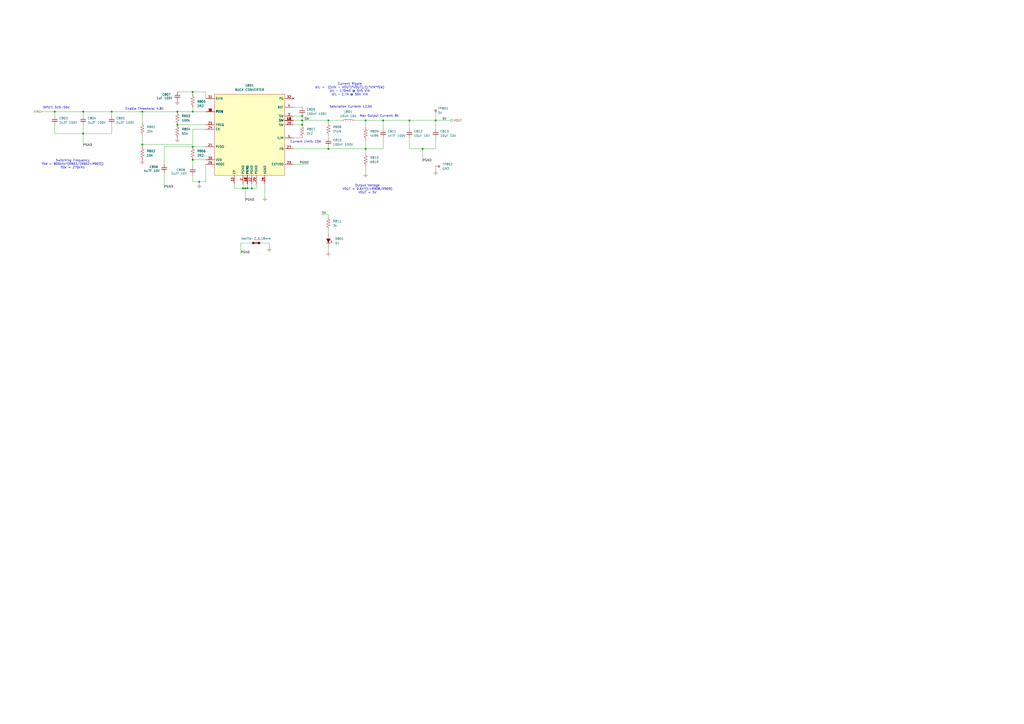
<source format=kicad_sch>
(kicad_sch (version 20250114) (generator "eeschema") (generator_version "9.0")
  (paper "A2")
  (lib_symbols
    (symbol "BR_Capacitors_0402:C_0402_100nF_100V_X5R_20%" (pin_numbers (hide yes)) (pin_names (offset 0.254) (hide yes))
      (property "Reference" "C" (at 1.016 1.778 0))
      (property "Value" "100nF 100V" (at 1.016 -1.778 0))
      (symbol "C_0402_100nF_100V_X5R_20%_1_1"
        (pin passive line (at 0 2.54 270) (length 2.032) (name "~") (number "1"))
        (pin passive line (at 0 -2.54 90) (length 2.032) (name "~") (number "2"))
      )
    )
    (symbol "BR_Capacitors_0402:C_0402_2u2F_10V_X7R_10%" (pin_numbers (hide yes)) (pin_names (offset 0.254) (hide yes))
      (property "Reference" "C" (at 1.016 1.778 0))
      (property "Value" "2u2F 10V" (at 1.016 -1.778 0))
      (symbol "C_0402_2u2F_10V_X7R_10%_1_1"
        (pin passive line (at 0 2.54 270) (length 2.032) (name "~") (number "1"))
        (pin passive line (at 0 -2.54 90) (length 2.032) (name "~") (number "2"))
      )
    )
    (symbol "BR_Capacitors_0402:C_0402_4n7F_100V_X7R_10%" (pin_numbers (hide yes)) (pin_names (offset 0.254) (hide yes))
      (property "Reference" "C" (at 1.016 1.778 0))
      (property "Value" "4n7F 100V" (at 1.016 -1.778 0))
      (symbol "C_0402_4n7F_100V_X7R_10%_1_1"
        (pin passive line (at 0 2.54 270) (length 2.032) (name "~") (number "1"))
        (pin passive line (at 0 -2.54 90) (length 2.032) (name "~") (number "2"))
      )
    )
    (symbol "BR_Capacitors_0402:C_0402_4u7F_10V_X7T_20%" (pin_numbers (hide yes)) (pin_names (offset 0.254) (hide yes))
      (property "Reference" "C" (at 1.016 1.778 0))
      (property "Value" "4u7F 10V" (at 1.016 -1.778 0))
      (symbol "C_0402_4u7F_10V_X7T_20%_1_1"
        (pin passive line (at 0 2.54 270) (length 2.032) (name "~") (number "1"))
        (pin passive line (at 0 -2.54 90) (length 2.032) (name "~") (number "2"))
      )
    )
    (symbol "BR_Capacitors_0603:C_0603_100nF_100V_X7R_AEC-Q200" (pin_numbers (hide yes)) (pin_names (hide yes))
      (property "Reference" "C" (at 1.016 1.778 0))
      (property "Value" "100nF 100V" (at 1.016 -1.778 0))
      (symbol "C_0603_100nF_100V_X7R_AEC-Q200_1_1"
        (pin passive line (at 0 2.54 270) (length 2.032) (name "~") (number "1"))
        (pin passive line (at 0 -2.54 90) (length 2.032) (name "~") (number "2"))
      )
    )
    (symbol "BR_Capacitors_0603:C_0603_10uF_10V_X7T_10%" (pin_numbers (hide yes)) (pin_names (offset 0.254) (hide yes))
      (property "Reference" "C" (at 1.016 1.778 0))
      (property "Value" "10uF 10V" (at 1.016 -1.778 0))
      (symbol "C_0603_10uF_10V_X7T_10%_1_1"
        (pin passive line (at 0 2.54 270) (length 2.032) (name "~") (number "1"))
        (pin passive line (at 0 -2.54 90) (length 2.032) (name "~") (number "2"))
      )
    )
    (symbol "BR_Capacitors_0805:C_0805_1uF_100V_X7S_10%" (pin_numbers (hide yes))
      (property "Reference" "C" (at 1.016 1.778 0))
      (property "Value" "1uF 100V" (at 1.016 -1.778 0))
      (symbol "C_0805_1uF_100V_X7S_10%_1_1"
        (pin passive line (at 0 2.54 270) (length 2.032) (name "~") (number "1"))
        (pin passive line (at 0 -2.54 90) (length 2.032) (name "~") (number "2"))
      )
    )
    (symbol "BR_Capacitors_0805:C_0805_2u2F_100V_X7T_10%" (pin_numbers (hide yes))
      (property "Reference" "C" (at 1.016 1.778 0))
      (property "Value" "2u2F 100V" (at 1.016 -1.778 0))
      (symbol "C_0805_2u2F_100V_X7T_10%_1_1"
        (pin passive line (at 0 2.54 270) (length 2.032) (name "~") (number "1"))
        (pin passive line (at 0 -2.54 90) (length 2.032) (name "~") (number "2"))
      )
    )
    (symbol "BR_Connectors:TP_Ring_PTH" (pin_numbers (hide yes)) (pin_names (offset 0))
      (property "Reference" "TP" (at 2.032 2.286 0))
      (property "Value" "TP_RING_TH" (at 1.778 14.224 0))
      (symbol "TP_Ring_PTH_1_1"
        (pin passive line (at 0 0 90) (length 1.27) (name "~") (number "1"))
      )
    )
    (symbol "BR_IC_Regulators:MIC28517T-E/PHA"
      (property "Reference" "U" (at -2.286 -15.748 0))
      (property "Value" "MIC28517T-E/PHA" (at -8.636 -12.7 0))
      (symbol "MIC28517T-E/PHA_1_0"
        (pin power_in line (at -25.4 10.16 0) (length 5.08) (name "SVIN") (number "31"))
        (pin power_in line (at -25.4 2.54 0) (length 5.08) (name "PVIN") (number "10"))
        (pin input line (at -25.4 2.54 0) (length 5.08) (name "PVIN") (number "11"))
        (pin input line (at -25.4 2.54 0) (length 5.08) (name "PVIN") (number "5"))
        (pin input line (at -25.4 2.54 0) (length 5.08) (name "PVIN") (number "6"))
        (pin input line (at -25.4 2.54 0) (length 5.08) (name "PVIN") (number "7"))
        (pin input line (at -25.4 2.54 0) (length 5.08) (name "PVIN") (number "8"))
        (pin input line (at -25.4 2.54 0) (length 5.08) (name "PVIN") (number "9"))
        (pin input line (at -25.4 -5.08 0) (length 5.08) (name "FREQ") (number "25"))
        (pin input line (at -25.4 -7.62 0) (length 5.08) (name "EN") (number "24"))
        (pin power_in line (at -25.4 -17.78 0) (length 5.08) (name "PVDD") (number "21"))
        (pin power_out line (at -25.4 -25.4 0) (length 5.08) (name "VDD") (number "30"))
        (pin input line (at -25.4 -27.94 0) (length 5.08) (name "MODE") (number "26"))
        (pin power_in line (at -8.89 -39.37 90) (length 5.08) (name "EP") (number "33"))
        (pin power_in line (at -3.81 -39.37 90) (length 5.08) (name "PGND") (number "2"))
        (pin power_in line (at -1.27 -39.37 90) (length 5.08) (name "PGND") (number "16"))
        (pin input line (at -1.27 -39.37 90) (length 5.08) (name "PGND") (number "17"))
        (pin input line (at -1.27 -39.37 90) (length 5.08) (name "PGND") (number "18"))
        (pin input line (at -1.27 -39.37 90) (length 5.08) (name "PGND") (number "19"))
        (pin power_in line (at 1.27 -39.37 90) (length 5.08) (name "PGND") (number "22"))
        (pin power_in line (at 3.81 -39.37 90) (length 5.08) (name "PGND") (number "29"))
        (pin power_in line (at 8.89 -39.37 90) (length 5.08) (name "AGND") (number "28"))
        (pin output line (at 25.4 10.16 180) (length 5.08) (name "PG") (number "32"))
        (pin passive line (at 25.4 5.08 180) (length 5.08) (name "BST") (number "4"))
        (pin passive line (at 25.4 0 180) (length 5.08) (name "SW") (number "3"))
        (pin power_out line (at 25.4 -2.54 180) (length 5.08) (name "SW") (number "12"))
        (pin passive line (at 25.4 -2.54 180) (length 5.08) (name "SW") (number "13"))
        (pin passive line (at 25.4 -2.54 180) (length 5.08) (name "SW") (number "14"))
        (pin passive line (at 25.4 -2.54 180) (length 5.08) (name "SW") (number "15"))
        (pin passive line (at 25.4 -5.08 180) (length 5.08) (name "SW") (number "20"))
        (pin input line (at 25.4 -12.7 180) (length 5.08) (name "ILIM") (number "1"))
        (pin input line (at 25.4 -19.05 180) (length 5.08) (name "FB") (number "27"))
        (pin power_in line (at 25.4 -27.94 180) (length 5.08) (name "EXTVDD") (number "23"))
      )
    )
    (symbol "BR_Inductors:L_XR1265-100M" (pin_numbers (hide yes)) (pin_names (offset 0.254) (hide yes))
      (property "Reference" "L" (at -1.27 0 90))
      (property "Value" "10uH 10A" (at 2.032 0 90))
      (symbol "L_XR1265-100M_1_1"
        (pin passive line (at 0 3.81 270) (length 1.27) (name "~") (number "1"))
        (pin passive line (at 0 -3.81 90) (length 1.27) (name "~") (number "2"))
      )
    )
    (symbol "BR_Optoelectronic:LTST-C191KGKT"
      (property "Reference" "D" (at 0 2.159 0))
      (property "Value" "LABEL" (at 0 -3.302 0))
      (symbol "LTST-C191KGKT_1_1"
        (pin passive line (at -3.81 0 0) (length 2.54) (name "K") (number "1"))
        (pin passive line (at 3.81 0 180) (length 2.54) (name "A") (number "2"))
      )
    )
    (symbol "BR_Resistors_0402:R_0402_100k" (pin_numbers (hide yes)) (pin_names (offset 0) (hide yes))
      (property "Reference" "R" (at 1.524 1.27 0))
      (property "Value" "100k" (at 1.524 -1.27 0))
      (symbol "R_0402_100k_1_1"
        (pin passive line (at 0 3.81 270) (length 1.27) (name "~") (number "1"))
        (pin passive line (at 0 -3.81 90) (length 1.27) (name "~") (number "2"))
      )
    )
    (symbol "BR_Resistors_0402:R_0402_10k" (pin_numbers (hide yes)) (pin_names (offset 0) (hide yes))
      (property "Reference" "R" (at 1.524 1.27 0))
      (property "Value" "10k" (at 1.524 -1.27 0))
      (symbol "R_0402_10k_1_1"
        (pin passive line (at 0 3.81 270) (length 1.27) (name "~") (number "1"))
        (pin passive line (at 0 -3.81 90) (length 1.27) (name "~") (number "2"))
      )
    )
    (symbol "BR_Resistors_0402:R_0402_20k" (pin_numbers (hide yes)) (pin_names (offset 0) (hide yes))
      (property "Reference" "R" (at 1.524 1.27 0))
      (property "Value" "20k" (at 1.524 -1.27 0))
      (symbol "R_0402_20k_1_1"
        (pin passive line (at 0 3.81 270) (length 1.27) (name "~") (number "1"))
        (pin passive line (at 0 -3.81 90) (length 1.27) (name "~") (number "2"))
      )
    )
    (symbol "BR_Resistors_0402:R_0402_24k9" (pin_numbers (hide yes)) (pin_names (offset 0) (hide yes))
      (property "Reference" "R" (at 1.524 1.27 0))
      (property "Value" "24k9" (at 1.524 -1.27 0))
      (symbol "R_0402_24k9_1_1"
        (pin passive line (at 0 3.81 270) (length 1.27) (name "~") (number "1"))
        (pin passive line (at 0 -3.81 90) (length 1.27) (name "~") (number "2"))
      )
    )
    (symbol "BR_Resistors_0402:R_0402_2R2" (pin_numbers (hide yes)) (pin_names (offset 0) (hide yes))
      (property "Reference" "R" (at 1.524 1.27 0))
      (property "Value" "2R2" (at 1.524 -1.27 0))
      (symbol "R_0402_2R2_1_1"
        (pin passive line (at 0 3.81 270) (length 1.27) (name "~") (number "1"))
        (pin passive line (at 0 -3.81 90) (length 1.27) (name "~") (number "2"))
      )
    )
    (symbol "BR_Resistors_0402:R_0402_2k2" (pin_numbers (hide yes)) (pin_names (offset 0) (hide yes))
      (property "Reference" "R" (at 1.524 1.27 0))
      (property "Value" "2k2" (at 1.524 -1.27 0))
      (symbol "R_0402_2k2_1_1"
        (pin passive line (at 0 3.81 270) (length 1.27) (name "~") (number "1"))
        (pin passive line (at 0 -3.81 90) (length 1.27) (name "~") (number "2"))
      )
    )
    (symbol "BR_Resistors_0402:R_0402_3k" (pin_numbers (hide yes)) (pin_names (offset 0) (hide yes))
      (property "Reference" "R" (at 1.524 1.27 0))
      (property "Value" "3k" (at 1.524 -1.27 0))
      (symbol "R_0402_3k_1_1"
        (pin passive line (at 0 3.81 270) (length 1.27) (name "~") (number "1"))
        (pin passive line (at 0 -3.81 90) (length 1.27) (name "~") (number "2"))
      )
    )
    (symbol "BR_Resistors_0402:R_0402_4k99" (pin_numbers (hide yes)) (pin_names (offset 0) (hide yes))
      (property "Reference" "R" (at 1.524 1.27 0))
      (property "Value" "4k99" (at 1.524 -1.27 0))
      (symbol "R_0402_4k99_1_1"
        (pin passive line (at 0 3.81 270) (length 1.27) (name "~") (number "1"))
        (pin passive line (at 0 -3.81 90) (length 1.27) (name "~") (number "2"))
      )
    )
    (symbol "BR_Resistors_0402:R_0402_51k" (pin_numbers (hide yes)) (pin_names (offset 0) (hide yes))
      (property "Reference" "R" (at 1.524 1.27 0))
      (property "Value" "51k" (at 1.524 -1.27 0))
      (symbol "R_0402_51k_1_1"
        (pin passive line (at 0 3.81 270) (length 1.27) (name "~") (number "1"))
        (pin passive line (at 0 -3.81 90) (length 1.27) (name "~") (number "2"))
      )
    )
    (symbol "BR_Resistors_0402:R_0402_681R" (pin_numbers (hide yes)) (pin_names (offset 0) (hide yes))
      (property "Reference" "R" (at 1.524 1.27 0))
      (property "Value" "681R" (at 1.524 -1.27 0))
      (symbol "R_0402_681R_1_1"
        (pin passive line (at 0 3.81 270) (length 1.27) (name "~") (number "1"))
        (pin passive line (at 0 -3.81 90) (length 1.27) (name "~") (number "2"))
      )
    )
    (symbol "BR_Virtual_Parts:GND" (power) (pin_numbers (hide yes)) (pin_names (offset 0) (hide yes))
      (property "Value" "GND" (at 0 -3.556 0))
      (symbol "GND_1_1"
        (pin power_in line (at 0 0 270) (length 0) (hide yes) (name "GNDREF") (number "1"))
      )
    )
    (symbol "BR_Virtual_Parts:NetTie-2_3.88mm" (pin_numbers (hide yes)) (pin_names (hide yes)) (exclude_from_sim yes) (in_bom no)
      (property "Reference" "NT" (at 2.54 0.762 0))
      (property "Value" "Net Tie" (at 4.826 -1.016 0))
      (symbol "NetTie-2_3.88mm_1_1"
        (pin passive line (at 0 3.81 270) (length 1.27) (name "~") (number "1"))
        (pin passive line (at 0 -3.81 90) (length 1.27) (name "~") (number "2"))
      )
    )
  )
  (text "Enable Threshold: 4.8V" (at 83.82 63.246 0) (effects (font (size 1.27 1.27))))
  (text "Current Ripple\ndIL =  ((VIN - VOUT)*VOUT)/(L*VIN*fSW)\ndIL ~ 170mA @ 5V5 VIN\ndIL ~ 1.7A @ 55V VIN" (at 202.946 51.816 0) (effects (font (size 1.27 1.27))))
  (text "Output Voltage\nVOUT = 0.6V*(1+R908/R909)\nVOUT = 5V" (at 213.106 109.728 0) (effects (font (size 1.27 1.27))))
  (text "Saturation Current: 12.5A\n" (at 203.454 61.976 0) (effects (font (size 1.27 1.27))))
  (text "Current Limit: 10A\n" (at 177.292 82.296 0) (effects (font (size 1.27 1.27))))
  (text "Switching Frequency\nfSW = 800kHz*(R903/(R902+R903))\nfSW = 270kHz" (at 42.164 95.25 0) (effects (font (size 1.27 1.27))))
  (text "INPUT: 5V5-55V" (at 32.512 62.484 0) (effects (font (size 1.27 1.27))))
  (text "Max Output Current: 8A\n" (at 219.964 67.31 0) (effects (font (size 1.27 1.27))))
  (junction (at 82.55 64.77))
  (junction (at 175.26 69.85))
  (junction (at 102.87 64.77))
  (junction (at 212.09 86.36))
  (junction (at 237.49 69.85))
  (junction (at 111.76 64.77))
  (junction (at 31.75 64.77))
  (junction (at 48.26 64.77))
  (junction (at 115.57 105.41))
  (junction (at 140.97 109.22))
  (junction (at 111.76 92.71))
  (junction (at 175.26 72.39))
  (junction (at 212.09 69.85))
  (junction (at 64.77 64.77))
  (junction (at 175.26 67.31))
  (junction (at 48.26 77.47))
  (junction (at 143.51 109.22))
  (junction (at 252.73 69.85))
  (junction (at 142.24 109.22))
  (junction (at 102.87 72.39))
  (junction (at 82.55 83.82))
  (junction (at 146.05 109.22))
  (junction (at 245.11 86.36))
  (junction (at 111.76 53.34))
  (junction (at 190.5 69.85))
  (junction (at 111.76 85.09))
  (junction (at 222.25 69.85))
  (junction (at 190.5 86.36))
  (no_connect (at 170.18 57.15))
  (wire (pts (xy 140.97 106.68) (xy 140.97 109.22)))
  (wire (pts (xy 48.26 64.77) (xy 48.26 67.31)))
  (wire (pts (xy 119.38 74.93) (xy 111.76 74.93)))
  (wire (pts (xy 222.25 69.85) (xy 222.25 74.93)))
  (wire (pts (xy 111.76 62.23) (xy 111.76 64.77)))
  (wire (pts (xy 140.97 109.22) (xy 135.89 109.22)))
  (wire (pts (xy 212.09 81.28) (xy 212.09 86.36)))
  (wire (pts (xy 170.18 62.23) (xy 175.26 62.23)))
  (wire (pts (xy 64.77 77.47) (xy 64.77 72.39)))
  (wire (pts (xy 115.57 105.41) (xy 119.38 105.41)))
  (wire (pts (xy 175.26 72.39) (xy 170.18 72.39)))
  (wire (pts (xy 175.26 69.85) (xy 190.5 69.85)))
  (wire (pts (xy 252.73 69.85) (xy 252.73 74.93)))
  (wire (pts (xy 31.75 72.39) (xy 31.75 77.47)))
  (wire (pts (xy 111.76 92.71) (xy 119.38 92.71)))
  (wire (pts (xy 144.78 140.97) (xy 139.7 140.97)))
  (wire (pts (xy 190.5 133.35) (xy 190.5 135.89)))
  (wire (pts (xy 153.67 114.3) (xy 153.67 106.68)))
  (wire (pts (xy 48.26 77.47) (xy 48.26 85.09)))
  (wire (pts (xy 102.87 72.39) (xy 119.38 72.39)))
  (wire (pts (xy 64.77 64.77) (xy 64.77 67.31)))
  (wire (pts (xy 111.76 85.09) (xy 119.38 85.09)))
  (wire (pts (xy 212.09 69.85) (xy 222.25 69.85)))
  (wire (pts (xy 237.49 69.85) (xy 237.49 74.93)))
  (wire (pts (xy 115.57 106.68) (xy 115.57 105.41)))
  (wire (pts (xy 212.09 73.66) (xy 212.09 69.85)))
  (wire (pts (xy 24.13 64.77) (xy 31.75 64.77)))
  (wire (pts (xy 48.26 64.77) (xy 64.77 64.77)))
  (wire (pts (xy 175.26 69.85) (xy 175.26 72.39)))
  (wire (pts (xy 148.59 109.22) (xy 146.05 109.22)))
  (wire (pts (xy 111.76 101.6) (xy 111.76 105.41)))
  (wire (pts (xy 170.18 86.36) (xy 190.5 86.36)))
  (wire (pts (xy 252.73 69.85) (xy 237.49 69.85)))
  (wire (pts (xy 252.73 96.52) (xy 252.73 99.06)))
  (wire (pts (xy 82.55 78.74) (xy 82.55 83.82)))
  (wire (pts (xy 190.5 143.51) (xy 190.5 146.05)))
  (wire (pts (xy 111.76 85.09) (xy 95.25 85.09)))
  (wire (pts (xy 82.55 64.77) (xy 82.55 71.12)))
  (wire (pts (xy 143.51 106.68) (xy 143.51 109.22)))
  (wire (pts (xy 186.69 124.46) (xy 190.5 124.46)))
  (wire (pts (xy 142.24 109.22) (xy 142.24 116.84)))
  (wire (pts (xy 146.05 109.22) (xy 143.51 109.22)))
  (wire (pts (xy 237.49 86.36) (xy 245.11 86.36)))
  (wire (pts (xy 222.25 69.85) (xy 237.49 69.85)))
  (wire (pts (xy 190.5 85.09) (xy 190.5 86.36)))
  (wire (pts (xy 31.75 64.77) (xy 48.26 64.77)))
  (wire (pts (xy 190.5 86.36) (xy 212.09 86.36)))
  (wire (pts (xy 245.11 86.36) (xy 252.73 86.36)))
  (wire (pts (xy 82.55 85.09) (xy 82.55 83.82)))
  (wire (pts (xy 212.09 96.52) (xy 212.09 100.33)))
  (wire (pts (xy 111.76 92.71) (xy 111.76 96.52)))
  (wire (pts (xy 102.87 64.77) (xy 111.76 64.77)))
  (wire (pts (xy 48.26 77.47) (xy 64.77 77.47)))
  (wire (pts (xy 119.38 95.25) (xy 119.38 105.41)))
  (wire (pts (xy 48.26 72.39) (xy 48.26 77.47)))
  (wire (pts (xy 222.25 86.36) (xy 222.25 80.01)))
  (wire (pts (xy 82.55 64.77) (xy 102.87 64.77)))
  (wire (pts (xy 175.26 69.85) (xy 170.18 69.85)))
  (wire (pts (xy 111.76 105.41) (xy 115.57 105.41)))
  (wire (pts (xy 170.18 95.25) (xy 179.07 95.25)))
  (wire (pts (xy 64.77 64.77) (xy 82.55 64.77)))
  (wire (pts (xy 111.76 53.34) (xy 119.38 53.34)))
  (wire (pts (xy 170.18 80.01) (xy 175.26 80.01)))
  (wire (pts (xy 170.18 67.31) (xy 175.26 67.31)))
  (wire (pts (xy 205.74 69.85) (xy 212.09 69.85)))
  (wire (pts (xy 142.24 109.22) (xy 140.97 109.22)))
  (wire (pts (xy 143.51 109.22) (xy 142.24 109.22)))
  (wire (pts (xy 111.76 83.82) (xy 82.55 83.82)))
  (wire (pts (xy 156.21 143.51) (xy 156.21 140.97)))
  (wire (pts (xy 237.49 80.01) (xy 237.49 86.36)))
  (wire (pts (xy 190.5 69.85) (xy 190.5 71.12)))
  (wire (pts (xy 245.11 86.36) (xy 245.11 93.98)))
  (wire (pts (xy 111.76 74.93) (xy 111.76 83.82)))
  (wire (pts (xy 111.76 64.77) (xy 119.38 64.77)))
  (wire (pts (xy 175.26 67.31) (xy 175.26 69.85)))
  (wire (pts (xy 146.05 106.68) (xy 146.05 109.22)))
  (wire (pts (xy 95.25 100.33) (xy 95.25 109.22)))
  (wire (pts (xy 31.75 64.77) (xy 31.75 67.31)))
  (wire (pts (xy 190.5 69.85) (xy 198.12 69.85)))
  (wire (pts (xy 31.75 77.47) (xy 48.26 77.47)))
  (wire (pts (xy 252.73 66.04) (xy 252.73 69.85)))
  (wire (pts (xy 252.73 86.36) (xy 252.73 80.01)))
  (wire (pts (xy 148.59 106.68) (xy 148.59 109.22)))
  (wire (pts (xy 190.5 78.74) (xy 190.5 80.01)))
  (wire (pts (xy 190.5 124.46) (xy 190.5 125.73)))
  (wire (pts (xy 156.21 140.97) (xy 152.4 140.97)))
  (wire (pts (xy 102.87 53.34) (xy 111.76 53.34)))
  (wire (pts (xy 212.09 88.9) (xy 212.09 86.36)))
  (wire (pts (xy 212.09 86.36) (xy 222.25 86.36)))
  (wire (pts (xy 252.73 69.85) (xy 261.62 69.85)))
  (wire (pts (xy 119.38 53.34) (xy 119.38 57.15)))
  (wire (pts (xy 111.76 53.34) (xy 111.76 54.61)))
  (wire (pts (xy 139.7 140.97) (xy 139.7 147.32)))
  (wire (pts (xy 95.25 85.09) (xy 95.25 95.25)))
  (wire (pts (xy 135.89 106.68) (xy 135.89 109.22)))
  (label "PGND" (at 139.7 147.32 0))
  (label "PGND" (at 142.24 116.84 0))
  (label "5V" (at 256.54 69.85 0))
  (label "PGND" (at 48.26 85.09 0))
  (label "PGND" (at 95.25 109.22 0))
  (label "PGND" (at 245.11 93.98 0))
  (label "5V" (at 186.69 124.46 0))
  (label "PGND" (at 179.07 95.25 180))
  (label "SW" (at 176.53 69.85 0))
  (hierarchical_label "VIN" (shape input) (at 24.13 64.77 180))
  (hierarchical_label "VOUT" (shape output) (at 261.62 69.85 0))
  (symbol (lib_id "BR_Capacitors_0603:C_0603_100nF_100V_X7R_AEC-Q200") (at 175.26 64.77 0) (unit 1)
    (property "Reference" "C809" (at 177.8 63.5062 0) (effects (justify left)))
    (property "Value" "100nF 100V" (at 177.8 66.0462 0) (effects (justify left)))
    (property "Footprint" "BR_Passives:C_0603_1608Metric-minimized" (effects (hide yes)))
    (property "Datasheet" "https://www.murata.com/-/media/webrenewal/support/library/catalog/products/k35e.ashx?la=en-us&cvid=20200508021757000000" (effects (hide yes)))
    (property "Description" "100nF 100V X7R 10% Ceramic Capacitor 0603 AEC-Q200" (effects (hide yes)))
    (property "Manufacturer" "Murata Electronics" (effects (hide yes)))
    (property "Manufacturer Part Num" "GCJ188R72A104KA01D" (effects (hide yes)))
    (property "BRE Number" "BRE-000034" (effects (hide yes)))
    (property "Supplier 1" "DigiKey" (effects (hide yes)))
    (property "Supplier Part Num 1" "490-13420-1-ND" (effects (hide yes)))
    (property "Supplier 2" "Mouser" (effects (hide yes)))
    (property "Supplier Part Num 2" "81-GCJ188R72A104KA1D" (effects (hide yes)))
    (property "Supplier 3" "JLCPCB" (effects (hide yes)))
    (property "Supplier Part Num 3" "C161117" (effects (hide yes)))
    (property "JLCPCB Part Num" "C161117" (effects (hide yes)))
  )
  (symbol (lib_id "BR_Resistors_0402:R_0402_2k2") (at 175.26 76.2 0) (unit 1)
    (property "Reference" "R807" (at 177.8 74.9299 0) (effects (justify left)))
    (property "Value" "2k2" (at 177.8 77.4699 0) (effects (justify left)))
    (property "Footprint" "BR_Passives:R_0402_1005Metric-minimized" (effects (hide yes)))
    (property "Datasheet" "https://www.yageo.com/upload/media/product/app/datasheet/rchip/pyu-rc_group_51_rohs_l.pdf" (effects (hide yes)))
    (property "Description" "2.2k 1% 100ppm 62.5mW Thick Film Resistor 0402" (effects (hide yes)))
    (property "Manufacturer" "YAGEO" (effects (hide yes)))
    (property "Manufacturer Part Num" "RC0402FR-072K2L" (effects (hide yes)))
    (property "BRE Number" "BRE-000325" (effects (hide yes)))
    (property "Supplier 1" "DigiKey" (effects (hide yes)))
    (property "Supplier Part Num 1" "311-2.20KLRCT-ND" (effects (hide yes)))
    (property "Supplier 2" "DigiKey" (effects (hide yes)))
    (property "Supplier Part Num 2" "311-2.20KLRTR-ND" (effects (hide yes)))
    (property "Supplier 3" "JLCPCB" (effects (hide yes)))
    (property "Supplier Part Num 3" "C114762" (effects (hide yes)))
    (property "JLCPCB Part Num" "C114762" (effects (hide yes)))
  )
  (symbol (lib_id "BR_Connectors:TP_Ring_PTH") (at 252.73 66.04 0) (unit 1)
    (property "Reference" "TP801" (at 254 62.8649 0) (effects (justify left)))
    (property "Value" "5V" (at 254 65.4049 0) (effects (justify left)))
    (property "Footprint" "BR_Connectors:TEST-TH_BD2.54-P1.4_RED" (effects (hide yes)))
    (property "Datasheet" "https://wmsc.lcsc.com/wmsc/upload/file/pdf/v2/lcsc/2307040929_ronghe-RH-5000_C5277086.pdf" (effects (hide yes)))
    (property "Description" "Ring Test Point for Probe(s) PTH" (effects (hide yes)))
    (property "Manufacturer" "ronghe" (effects (hide yes)))
    (property "Manufacturer Part Num" "RH-5000" (effects (hide yes)))
    (property "BRE Number" "BRE-000074" (effects (hide yes)))
    (property "Supplier 1" "DigiKey" (effects (hide yes)))
    (property "Supplier 2" "Mouser" (effects (hide yes)))
    (property "Supplier 3" "JLCPCB" (effects (hide yes)))
    (property "Supplier Part Num 3" "C5277086" (effects (hide yes)))
    (property "Label" "LABEL" (effects (hide yes)))
    (property "JLCPCB Part Num" "C5277086" (effects (hide yes)))
  )
  (symbol (lib_id "BR_Virtual_Parts:GND") (at 212.09 100.33 0) (unit 1)
    (property "Reference" "#PWR0809" (effects (hide yes)))
    (property "Value" "GND" (effects (hide yes)))
  )
  (symbol (lib_id "BR_Virtual_Parts:GND") (at 156.21 143.51 0) (unit 1)
    (property "Reference" "#PWR0808" (effects (hide yes)))
    (property "Value" "GND" (effects (hide yes)))
  )
  (symbol (lib_id "BR_Virtual_Parts:GND") (at 102.87 58.42 0) (unit 1)
    (property "Reference" "#PWR0804" (effects (hide yes)))
    (property "Value" "GND" (effects (hide yes)))
  )
  (symbol (lib_id "BR_Resistors_0402:R_0402_100k") (at 102.87 68.58 0) (unit 1)
    (property "Reference" "R803" (at 105.41 67.3099 0) (effects (justify left)))
    (property "Value" "100k" (at 105.41 69.8499 0) (effects (justify left)))
    (property "Footprint" "BR_Passives:C_0402_1005Metric-minimized" (effects (hide yes)))
    (property "Datasheet" "https://www.yageo.com/upload/media/product/productsearch/datasheet/rchip/PYu-RC_Group_51_RoHS_L_12.pdf" (effects (hide yes)))
    (property "Description" "100k 1% 100ppm 62.5mW Thick Film Resistor 0402" (effects (hide yes)))
    (property "Manufacturer" "YAGEO" (effects (hide yes)))
    (property "Manufacturer Part Num" "RC0402FR-07100KL" (effects (hide yes)))
    (property "BRE Number" "BRE-000290" (effects (hide yes)))
    (property "Supplier 1" "DigiKey" (effects (hide yes)))
    (property "Supplier Part Num 1" "311-100KLRCT-ND" (effects (hide yes)))
    (property "Supplier 2" "DigiKey" (effects (hide yes)))
    (property "Supplier Part Num 2" "311-100KLRTR-ND" (effects (hide yes)))
    (property "Supplier 3" "JLCPCB" (effects (hide yes)))
    (property "Supplier Part Num 3" "C60491" (effects (hide yes)))
    (property "JLCPCB Part Num" "C60491" (effects (hide yes)))
  )
  (symbol (lib_id "BR_Resistors_0402:R_0402_51k") (at 102.87 76.2 0) (unit 1)
    (property "Reference" "R804" (at 105.41 74.9299 0) (effects (justify left)))
    (property "Value" "51k" (at 105.41 77.4699 0) (effects (justify left)))
    (property "Footprint" "BR_Passives:C_0402_1005Metric-minimized" (effects (hide yes)))
    (property "Datasheet" "https://www.yageo.com/upload/media/product/products/datasheet/rchip/PYu-RC_Group_51_RoHS_L_12.pdf" (effects (hide yes)))
    (property "Description" "51k 1% 100ppm 62.5mW Thick Film Resistor 0402" (effects (hide yes)))
    (property "Manufacturer" "YAGEO" (effects (hide yes)))
    (property "Manufacturer Part Num" "RC0402FR-0751KL" (effects (hide yes)))
    (property "BRE Number" "BRE-001229" (effects (hide yes)))
    (property "Supplier 1" "DigiKey" (effects (hide yes)))
    (property "Supplier Part Num 1" "311-51.0KLRCT-ND" (effects (hide yes)))
    (property "Supplier 2" "Mouser" (effects (hide yes)))
    (property "Supplier Part Num 2" "603-RC0402FR-0756KL" (effects (hide yes)))
    (property "Supplier 3" "JLCPCB" (effects (hide yes)))
    (property "Supplier Part Num 3" "C107229" (effects (hide yes)))
    (property "JLCPCB Part Num" "C107229" (effects (hide yes)))
  )
  (symbol (lib_id "BR_Virtual_Parts:GND") (at 252.73 99.06 0) (unit 1)
    (property "Reference" "#PWR0802" (effects (hide yes)))
    (property "Value" "GND" (effects (hide yes)))
  )
  (symbol (lib_id "BR_Resistors_0402:R_0402_4k99") (at 212.09 77.47 0) (unit 1)
    (property "Reference" "R809" (at 214.63 76.1999 0) (effects (justify left)))
    (property "Value" "4k99" (at 214.63 78.7399 0) (effects (justify left)))
    (property "Footprint" "BR_Passives:C_0402_1005Metric-minimized" (effects (hide yes)))
    (property "Datasheet" "https://www.yageo.com/upload/media/product/productsearch/datasheet/rchip/PYu-RC_Group_51_RoHS_L_12.pdf" (effects (hide yes)))
    (property "Description" "4.99k 1% 100ppm 62.5mW Thick Film Resistor 0402" (effects (hide yes)))
    (property "Manufacturer" "YAGEO" (effects (hide yes)))
    (property "Manufacturer Part Num" "RC0402FR-074K99L" (effects (hide yes)))
    (property "BRE Number" "BRE-000353" (effects (hide yes)))
    (property "Supplier 1" "DigiKey" (effects (hide yes)))
    (property "Supplier Part Num 1" "311-4.99KLRCT-ND" (effects (hide yes)))
    (property "Supplier 2" "DigiKey" (effects (hide yes)))
    (property "Supplier Part Num 2" "311-4.99KLRTR-ND" (effects (hide yes)))
    (property "Supplier 3" "JLCPCB" (effects (hide yes)))
    (property "Supplier Part Num 3" "C137965" (effects (hide yes)))
    (property "JLCPCB Part Num" "C137965" (effects (hide yes)))
  )
  (symbol (lib_id "BR_Virtual_Parts:GND") (at 102.87 80.01 0) (unit 1)
    (property "Reference" "#PWR0805" (effects (hide yes)))
    (property "Value" "GND" (effects (hide yes)))
  )
  (symbol (lib_id "BR_Resistors_0402:R_0402_3k") (at 190.5 129.54 0) (unit 1)
    (property "Reference" "R811" (at 193.04 128.2699 0) (effects (justify left)))
    (property "Value" "3k" (at 193.04 130.8099 0) (effects (justify left)))
    (property "Footprint" "BR_Passives:C_0402_1005Metric-minimized" (effects (hide yes)))
    (property "Datasheet" "https://www.yageo.com/upload/media/product/app/datasheet/rchip/pyu-rc_group_51_rohs_l.pdf" (effects (hide yes)))
    (property "Description" "3k 1% 100ppm 62.5mW Thick Film Resistor 0402" (effects (hide yes)))
    (property "Manufacturer" "YAGEO" (effects (hide yes)))
    (property "Manufacturer Part Num" "RC0402FR-073KL" (effects (hide yes)))
    (property "BRE Number" "BRE-000337" (effects (hide yes)))
    (property "Supplier 1" "DigiKey" (effects (hide yes)))
    (property "Supplier Part Num 1" "311-3KLRCT-ND" (effects (hide yes)))
    (property "Supplier 2" "DigiKey" (effects (hide yes)))
    (property "Supplier Part Num 2" "311-3KLRTR-ND" (effects (hide yes)))
    (property "Supplier 3" "JLCPCB" (effects (hide yes)))
    (property "Supplier Part Num 3" "C137987" (effects (hide yes)))
    (property "JLCPCB Part Num" "C137987" (effects (hide yes)))
  )
  (symbol (lib_id "BR_Resistors_0402:R_0402_681R") (at 212.09 92.71 0) (unit 1)
    (property "Reference" "R810" (at 214.63 91.4399 0) (effects (justify left)))
    (property "Value" "681R" (at 214.63 93.9799 0) (effects (justify left)))
    (property "Footprint" "BR_Passives:C_0402_1005Metric-minimized" (effects (hide yes)))
    (property "Datasheet" "https://www.yageo.com/upload/media/product/products/datasheet/rchip/PYu-RC_Group_51_RoHS_L_12.pdf" (effects (hide yes)))
    (property "Description" "681R 1% 100ppm 62.5mW Thick Film Resistor 0402" (effects (hide yes)))
    (property "Manufacturer" "YAGEO" (effects (hide yes)))
    (property "Manufacturer Part Num" "RC0402FR-07681RL" (effects (hide yes)))
    (property "BRE Number" "BRE-000364" (effects (hide yes)))
    (property "Supplier 1" "DigiKey" (effects (hide yes)))
    (property "Supplier Part Num 1" "YAG2375CT-ND" (effects (hide yes)))
    (property "Supplier 2" "Mouser" (effects (hide yes)))
    (property "Supplier Part Num 2" "603-RC0402FR-07681RL" (effects (hide yes)))
    (property "Supplier 3" "JLCPCB" (effects (hide yes)))
    (property "Supplier Part Num 3" "C245891" (effects (hide yes)))
    (property "JLCPCB Part Num" "C245891" (effects (hide yes)))
  )
  (symbol (lib_id "BR_Capacitors_0805:C_0805_2u2F_100V_X7T_10%") (at 64.77 69.85 0) (unit 1)
    (property "Reference" "C805" (at 67.31 68.5862 0) (effects (justify left)))
    (property "Value" "2u2F 100V" (at 67.31 71.1262 0) (effects (justify left)))
    (property "Footprint" "BR_Passives:C_0805_2012Metric-minimized" (effects (hide yes)))
    (property "Datasheet" "https://search.murata.co.jp/Ceramy/image/img/A01X/G101/ENG/GRM21BD72A225KE01-01A.pdf" (effects (hide yes)))
    (property "Description" "2.2uF 100V X7T 10% Ceramic Capacitor 0805" (effects (hide yes)))
    (property "Manufacturer" "Murata Electronics" (effects (hide yes)))
    (property "Manufacturer Part Num" "GRM21BD72A225KE01L" (effects (hide yes)))
    (property "BRE Number" "BRE-001204" (effects (hide yes)))
    (property "Supplier 1" "DigiKey" (effects (hide yes)))
    (property "Supplier Part Num 1" "490-GRM21BD72A225KE01LCT-ND" (effects (hide yes)))
    (property "Supplier 2" "Mouser" (effects (hide yes)))
    (property "Supplier Part Num 2" "81-GRM21BD72A225KE1L" (effects (hide yes)))
    (property "Supplier 3" "JLCPCB" (effects (hide yes)))
    (property "Supplier Part Num 3" " C2981733" (effects (hide yes)))
    (property "JLCPCB Part Num" "C2981733" (effects (hide yes)))
  )
  (symbol (lib_id "BR_Virtual_Parts:GND") (at 153.67 114.3 0) (unit 1)
    (property "Reference" "#PWR0807" (effects (hide yes)))
    (property "Value" "GND" (effects (hide yes)))
  )
  (symbol (lib_id "BR_Capacitors_0603:C_0603_10uF_10V_X7T_10%") (at 237.49 77.47 0) (unit 1)
    (property "Reference" "C812" (at 240.03 76.2062 0) (effects (justify left)))
    (property "Value" "10uF 10V" (at 240.03 78.7462 0) (effects (justify left)))
    (property "Footprint" "BR_Passives:C_0603_1608Metric-minimized" (effects (hide yes)))
    (property "Datasheet" "https://search.murata.co.jp/Ceramy/image/img/A01X/G101/ENG/GRM188D71A106KA73-01.pdf" (effects (hide yes)))
    (property "Description" "10uF 10V X7T 10% Ceramic Capacitor 0603" (effects (hide yes)))
    (property "Manufacturer" "Murata Electronics" (effects (hide yes)))
    (property "Manufacturer Part Num" "GRM188D71A106KA73D" (effects (hide yes)))
    (property "BRE Number" "BRE-000035" (effects (hide yes)))
    (property "Supplier 1" "DigiKey" (effects (hide yes)))
    (property "Supplier Part Num 1" "490-14461-1-ND" (effects (hide yes)))
    (property "Supplier 2" "Mouser" (effects (hide yes)))
    (property "Supplier Part Num 2" "81-GRM188D71A106KA3D" (effects (hide yes)))
    (property "Supplier 3" "JLCPCB" (effects (hide yes)))
    (property "Supplier Part Num 3" "C385037" (effects (hide yes)))
    (property "JLCPCB Part Num" "C385037" (effects (hide yes)))
  )
  (symbol (lib_id "BR_Inductors:L_XR1265-100M") (at 201.93 69.85 90) (unit 1)
    (property "Reference" "L801" (at 201.93 64.77 90))
    (property "Value" "10uH 10A" (at 201.93 67.31 90))
    (property "Footprint" "BR_Inductors:XR1265-100M" (effects (hide yes)))
    (property "Datasheet" "https://jlcpcb.com/api/file/downloadByFileSystemAccessId/8590906446731567104" (effects (hide yes)))
    (property "Description" "10uH 20% 10A 20.7mR  Shielded Molded Inductor SMT 13.5x12.6x6.3mm" (effects (hide yes)))
    (property "Manufacturer" "XR" (effects (hide yes)))
    (property "Manufacturer Part Num" "XR1265-100M" (effects (hide yes)))
    (property "BRE Number" "BRE-001232" (effects (hide yes)))
    (property "JLCPCB Part Num" "C5339467" (effects (hide yes)))
  )
  (symbol (lib_id "BR_Resistors_0402:R_0402_2R2") (at 111.76 88.9 0) (unit 1)
    (property "Reference" "R806" (at 114.3 87.6299 0) (effects (justify left)))
    (property "Value" "2R2" (at 114.3 90.1699 0) (effects (justify left)))
    (property "Footprint" "BR_Passives:R_0402_1005Metric-minimized" (effects (hide yes)))
    (property "Datasheet" "https://jlcpcb.com/api/file/downloadByFileSystemAccessId/8588947077061070848" (effects (hide yes)))
    (property "Description" "2.2R 1% 200ppm 62.5mW Thick Film Resistor 0402" (effects (hide yes)))
    (property "Manufacturer" "YAGEO" (effects (hide yes)))
    (property "Manufacturer Part Num" "RC0402FR-072R2L" (effects (hide yes)))
    (property "BRE Number" "BRE-001225" (effects (hide yes)))
    (property "Supplier 1" "DigiKey" (effects (hide yes)))
    (property "Supplier Part Num 1" "311-2.20LRCT-ND" (effects (hide yes)))
    (property "Supplier 2" "DigiKey" (effects (hide yes)))
    (property "Supplier Part Num 2" "311-2.20LRCT-ND" (effects (hide yes)))
    (property "Supplier 3" "JLCPCB" (effects (hide yes)))
    (property "Supplier Part Num 3" "C327251" (effects (hide yes)))
    (property "JLCPCB Part Num" "C327251" (effects (hide yes)))
  )
  (symbol (lib_id "BR_Capacitors_0402:C_0402_100nF_100V_X5R_20%") (at 190.5 82.55 0) (unit 1)
    (property "Reference" "C810" (at 193.04 81.2862 0) (effects (justify left)))
    (property "Value" "100nF 100V" (at 193.04 83.8262 0) (effects (justify left)))
    (property "Footprint" "BR_Passives:C_0402_1005Metric-minimized" (effects (hide yes)))
    (property "Datasheet" "https://www.lcsc.com/datasheet/lcsc_datasheet_2410010301_Murata-Electronics-GRM155R62A104ME14D_C162179.pdf" (effects (hide yes)))
    (property "Description" "100nF 100V X5R 20% Ceramic Capacitor 0402" (effects (hide yes)))
    (property "Manufacturer" "Murata" (effects (hide yes)))
    (property "Manufacturer Part Num" "GRM155R62A104ME14D" (effects (hide yes)))
    (property "BRE Number" "BRE-001025" (effects (hide yes)))
    (property "JLCPCB Part Num" "C162178" (effects (hide yes)))
  )
  (symbol (lib_id "BR_Capacitors_0402:C_0402_4u7F_10V_X7T_20%") (at 95.25 97.79 0) (unit 1)
    (property "Reference" "C806" (at 86.614 96.774 0) (effects (justify left)))
    (property "Value" "4u7F 10V" (at 83.312 99.06 0) (effects (justify left)))
    (property "Footprint" "BR_Passives:C_0402_1005Metric-minimized" (effects (hide yes)))
    (property "Datasheet" "https://search.murata.co.jp/Ceramy/image/img/A01X/G101/ENG/GRM155D71A475ME15-01A.pdf" (effects (hide yes)))
    (property "Description" "4.7uF 10V X7T 20% Ceramic Capacitor 0402" (effects (hide yes)))
    (property "Manufacturer" "Murata Electronics" (effects (hide yes)))
    (property "Manufacturer Part Num" "GRM155D71A475ME15J" (effects (hide yes)))
    (property "BRE Number" "BRE-000033" (effects (hide yes)))
    (property "Supplier 1" "DigiKey" (effects (hide yes)))
    (property "Supplier Part Num 1" "490-GRM155D71A475ME15JTR-ND" (effects (hide yes)))
    (property "Supplier 2" "Mouser" (effects (hide yes)))
    (property "Supplier Part Num 2" "81-GRM155D71A475ME5J" (effects (hide yes)))
    (property "Supplier 3" "JLCPCB" (effects (hide yes)))
    (property "Supplier Part Num 3" "C20044523" (effects (hide yes)))
    (property "JLCPCB Part Num" "C20044522" (effects (hide yes)))
  )
  (symbol (lib_id "BR_Capacitors_0402:C_0402_4n7F_100V_X7R_10%") (at 222.25 77.47 0) (unit 1)
    (property "Reference" "C811" (at 224.79 76.2062 0) (effects (justify left)))
    (property "Value" "4n7F 100V" (at 224.79 78.7462 0) (effects (justify left)))
    (property "Footprint" "BR_Passives:C_0402_1005Metric" (effects (hide yes)))
    (property "Datasheet" "https://www.lcsc.com/datasheet/lcsc_datasheet_2304140030_Murata-Electronics-GRM155R72A472KA01D_C415704.pdf" (effects (hide yes)))
    (property "Description" "4.7nF 100V X7R 10% Ceramic Capacitor 0402" (effects (hide yes)))
    (property "Manufacturer" "Murata Electronics" (effects (hide yes)))
    (property "Manufacturer Part Num" "GRM155R72A472KA01D" (effects (hide yes)))
    (property "BRE Number" "BRE-000032" (effects (hide yes)))
    (property "Supplier 1" "DigiKey" (effects (hide yes)))
    (property "Supplier Part Num 1" "490-3885-1-ND" (effects (hide yes)))
    (property "Supplier 2" "Mouser" (effects (hide yes)))
    (property "Supplier Part Num 2" "81-GRM155R72A472KA01" (effects (hide yes)))
    (property "Supplier 3" "JLCPCB" (effects (hide yes)))
    (property "Supplier Part Num 3" "C415704" (effects (hide yes)))
    (property "JLCPCB Part Num" "C415704" (effects (hide yes)))
  )
  (symbol (lib_id "BR_Optoelectronic:LTST-C191KGKT") (at 190.5 139.7 90) (unit 1)
    (property "Reference" "D801" (at 194.31 138.4934 90) (effects (justify right)))
    (property "Value" "5V" (at 194.31 141.0334 90) (effects (justify right)))
    (property "Footprint" "BR_Optoelectronics:LED_0603_1608Metric" (effects (hide yes)))
    (property "Datasheet" "https://optoelectronics.liteon.com/upload/download/DS22-2000-228/LTST-C191KGKT.PDF" (effects (hide yes)))
    (property "Description" "Green 571nm LED Indicator 2V 30mA max SMT 0603" (effects (hide yes)))
    (property "Manufacturer" "Lite-On Inc." (effects (hide yes)))
    (property "Manufacturer Part Num" "LTST-C191KGKT" (effects (hide yes)))
    (property "BRE Number" "BRE-000246" (effects (hide yes)))
    (property "Supplier 1" "DigiKey" (effects (hide yes)))
    (property "Supplier Part Num 1" "160-1446-1-ND" (effects (hide yes)))
    (property "Supplier 2" "DigiKey" (effects (hide yes)))
    (property "Supplier Part Num 2" "160-1446-2-ND" (effects (hide yes)))
    (property "Supplier 3" "JLCPCB" (effects (hide yes)))
    (property "Supplier Part Num 3" "C125098" (effects (hide yes)))
    (property "JLCPCB Part Num" "C125098" (effects (hide yes)))
  )
  (symbol (lib_id "BR_Capacitors_0805:C_0805_2u2F_100V_X7T_10%") (at 31.75 69.85 0) (unit 1)
    (property "Reference" "C803" (at 34.29 68.5862 0) (effects (justify left)))
    (property "Value" "2u2F 100V" (at 34.29 71.1262 0) (effects (justify left)))
    (property "Footprint" "BR_Passives:C_0805_2012Metric-minimized" (effects (hide yes)))
    (property "Datasheet" "https://search.murata.co.jp/Ceramy/image/img/A01X/G101/ENG/GRM21BD72A225KE01-01A.pdf" (effects (hide yes)))
    (property "Description" "2.2uF 100V X7T 10% Ceramic Capacitor 0805" (effects (hide yes)))
    (property "Manufacturer" "Murata Electronics" (effects (hide yes)))
    (property "Manufacturer Part Num" "GRM21BD72A225KE01L" (effects (hide yes)))
    (property "BRE Number" "BRE-001204" (effects (hide yes)))
    (property "Supplier 1" "DigiKey" (effects (hide yes)))
    (property "Supplier Part Num 1" "490-GRM21BD72A225KE01LCT-ND" (effects (hide yes)))
    (property "Supplier 2" "Mouser" (effects (hide yes)))
    (property "Supplier Part Num 2" "81-GRM21BD72A225KE1L" (effects (hide yes)))
    (property "Supplier 3" "JLCPCB" (effects (hide yes)))
    (property "Supplier Part Num 3" " C2981733" (effects (hide yes)))
    (property "JLCPCB Part Num" "C2981733" (effects (hide yes)))
  )
  (symbol (lib_id "BR_IC_Regulators:MIC28517T-E/PHA") (at 144.78 67.31 0) (unit 1)
    (property "Reference" "U801" (at 144.78 49.53 0))
    (property "Value" "BUCK CONVERTER" (at 144.78 52.07 0))
    (property "Footprint" "BR_IC:QFN-32_x6mm_P0.65mm" (effects (hide yes)))
    (property "Datasheet" "https://ww1.microchip.com/downloads/aemDocuments/documents/APID/ProductDocuments/DataSheets/MIC28517-Data-Sheet-DS20006317C.pdf" (effects (hide yes)))
    (property "Description" "Buck Switching Regulator, Adjustable, 8A, 600mV~32V, 4.5V~70V, VQFN-32(6x6)" (effects (hide yes)))
    (property "Manufacturer" "Microchip Technology" (effects (hide yes)))
    (property "Manufacturer Part Num" "MIC28517T-E/PHA" (effects (hide yes)))
    (property "BRE Number" "BRE-001217" (effects (hide yes)))
    (property "Supplier 1" "DigiKey" (effects (hide yes)))
    (property "Supplier Part Num 1" "150-MIC28517T-E/PHACT-ND" (effects (hide yes)))
    (property "Supplier 2" "Mouser" (effects (hide yes)))
    (property "Supplier Part Num 2" "579-MIC28517T-E/PHA" (effects (hide yes)))
    (property "Supplier 3" "JLCPCB" (effects (hide yes)))
    (property "Supplier Part Num 3" "C623943" (effects (hide yes)))
    (property "JLCPCB Part Num" "C623943" (effects (hide yes)))
  )
  (symbol (lib_id "BR_Virtual_Parts:GND") (at 190.5 146.05 0) (unit 1)
    (property "Reference" "#PWR0801" (effects (hide yes)))
    (property "Value" "GND" (effects (hide yes)))
  )
  (symbol (lib_id "BR_Resistors_0402:R_0402_10k") (at 82.55 88.9 0) (unit 1)
    (property "Reference" "R802" (at 85.09 87.6299 0) (effects (justify left)))
    (property "Value" "10k" (at 85.09 90.1699 0) (effects (justify left)))
    (property "Footprint" "BR_Passives:C_0402_1005Metric-minimized" (effects (hide yes)))
    (property "Datasheet" "https://www.yageo.com/upload/media/product/productsearch/datasheet/rchip/PYu-AC_51_RoHS_L_10.pdf" (effects (hide yes)))
    (property "Description" "10k 1% 100ppm 62.5mW Thick Film Resistor 0402" (effects (hide yes)))
    (property "Manufacturer" "YAGEO" (effects (hide yes)))
    (property "Manufacturer Part Num" "AC0402FR-0710KL" (effects (hide yes)))
    (property "BRE Number" "BRE-000292" (effects (hide yes)))
    (property "Supplier 1" "DigiKey" (effects (hide yes)))
    (property "Supplier Part Num 1" "YAG3436CT-ND" (effects (hide yes)))
    (property "Supplier 2" "DigiKey" (effects (hide yes)))
    (property "Supplier Part Num 2" "YAG3436TR-ND" (effects (hide yes)))
    (property "Supplier 3" "JLCPCB" (effects (hide yes)))
    (property "Supplier Part Num 3" "C144807" (effects (hide yes)))
    (property "JLCPCB Part Num" "C144807" (effects (hide yes)))
  )
  (symbol (lib_id "BR_Connectors:TP_Ring_PTH") (at 252.73 96.52 270) (unit 1)
    (property "Reference" "TP802" (at 256.54 95.2499 90) (effects (justify left)))
    (property "Value" "GND" (at 256.54 97.7899 90) (effects (justify left)))
    (property "Footprint" "BR_Connectors:TEST-TH_BD2.54-P1.4_RED" (effects (hide yes)))
    (property "Datasheet" "https://wmsc.lcsc.com/wmsc/upload/file/pdf/v2/lcsc/2307040929_ronghe-RH-5000_C5277086.pdf" (effects (hide yes)))
    (property "Description" "Ring Test Point for Probe(s) PTH" (effects (hide yes)))
    (property "Manufacturer" "ronghe" (effects (hide yes)))
    (property "Manufacturer Part Num" "RH-5000" (effects (hide yes)))
    (property "BRE Number" "BRE-000074" (effects (hide yes)))
    (property "Supplier 1" "DigiKey" (effects (hide yes)))
    (property "Supplier 2" "Mouser" (effects (hide yes)))
    (property "Supplier 3" "JLCPCB" (effects (hide yes)))
    (property "Supplier Part Num 3" "C5277086" (effects (hide yes)))
    (property "Label" "LABEL" (effects (hide yes)))
    (property "JLCPCB Part Num" "C5277086" (effects (hide yes)))
  )
  (symbol (lib_id "BR_Capacitors_0603:C_0603_10uF_10V_X7T_10%") (at 252.73 77.47 0) (unit 1)
    (property "Reference" "C813" (at 255.27 76.2062 0) (effects (justify left)))
    (property "Value" "10uF 10V" (at 255.27 78.7462 0) (effects (justify left)))
    (property "Footprint" "BR_Passives:C_0603_1608Metric-minimized" (effects (hide yes)))
    (property "Datasheet" "https://search.murata.co.jp/Ceramy/image/img/A01X/G101/ENG/GRM188D71A106KA73-01.pdf" (effects (hide yes)))
    (property "Description" "10uF 10V X7T 10% Ceramic Capacitor 0603" (effects (hide yes)))
    (property "Manufacturer" "Murata Electronics" (effects (hide yes)))
    (property "Manufacturer Part Num" "GRM188D71A106KA73D" (effects (hide yes)))
    (property "BRE Number" "BRE-000035" (effects (hide yes)))
    (property "Supplier 1" "DigiKey" (effects (hide yes)))
    (property "Supplier Part Num 1" "490-14461-1-ND" (effects (hide yes)))
    (property "Supplier 2" "Mouser" (effects (hide yes)))
    (property "Supplier Part Num 2" "81-GRM188D71A106KA3D" (effects (hide yes)))
    (property "Supplier 3" "JLCPCB" (effects (hide yes)))
    (property "Supplier Part Num 3" "C385037" (effects (hide yes)))
    (property "JLCPCB Part Num" "C385037" (effects (hide yes)))
  )
  (symbol (lib_id "BR_Virtual_Parts:NetTie-2_3.88mm") (at 148.59 140.97 90) (unit 1) (exclude_from_sim yes) (in_bom no)
    (property "Reference" "NT801" (effects (hide yes)))
    (property "Value" "NetTie-2_0.18mm" (at 148.59 138.43 90))
    (property "Footprint" "BR_Virtual_Parts:NetTie-2_SMD_Pad_3.88mm_wide" (effects (hide yes)))
    (property "Description" "Net Tie" (effects (hide yes)))
  )
  (symbol (lib_id "BR_Resistors_0402:R_0402_20k") (at 82.55 74.93 0) (unit 1)
    (property "Reference" "R801" (at 85.09 73.6599 0) (effects (justify left)))
    (property "Value" "20k" (at 85.09 76.1999 0) (effects (justify left)))
    (property "Footprint" "BR_Passives:C_0402_1005Metric-minimized" (effects (hide yes)))
    (property "Datasheet" "https://www.yageo.com/upload/media/product/app/datasheet/rchip/pyu-rc_group_51_rohs_l.pdf" (effects (hide yes)))
    (property "Description" "20k 1% 100ppm 62.5mW Thick Film Resistor 0402" (effects (hide yes)))
    (property "Manufacturer" "YAGEO" (effects (hide yes)))
    (property "Manufacturer Part Num" "RC0402FR-0720KL" (effects (hide yes)))
    (property "BRE Number" "BRE-000317" (effects (hide yes)))
    (property "Supplier 1" "DigiKey" (effects (hide yes)))
    (property "Supplier Part Num 1" "311-20.0KLRCT-ND" (effects (hide yes)))
    (property "Supplier 2" "DigiKey" (effects (hide yes)))
    (property "Supplier Part Num 2" "311-20.0KLRTR-ND" (effects (hide yes)))
    (property "Supplier 3" "JLCPCB" (effects (hide yes)))
    (property "Supplier Part Num 3" "C93942" (effects (hide yes)))
    (property "JLCPCB Part Num" "C93942" (effects (hide yes)))
  )
  (symbol (lib_id "BR_Capacitors_0805:C_0805_1uF_100V_X7S_10%") (at 102.87 55.88 0) (unit 1)
    (property "Reference" "C807" (at 93.98 54.864 0) (effects (justify left)))
    (property "Value" "1uF 100V" (at 90.678 56.896 0) (effects (justify left)))
    (property "Footprint" "BR_Passives:C_0805_2012Metric-minimized" (effects (hide yes)))
    (property "Datasheet" "https://search.murata.co.jp/Ceramy/image/img/A01X/G101/ENG/GRM21BC72A105KE01-01.pdf" (effects (hide yes)))
    (property "Description" "1uF 100V X7S 10% Ceramic Capacitor 0805" (effects (hide yes)))
    (property "Manufacturer" "Murata Electronics" (effects (hide yes)))
    (property "Manufacturer Part Num" "GRM21BC72A105KE01L" (effects (hide yes)))
    (property "BRE Number" "BRE-000049" (effects (hide yes)))
    (property "Supplier 1" "DigiKey" (effects (hide yes)))
    (property "Supplier Part Num 1" "490-14464-1-ND" (effects (hide yes)))
    (property "Supplier 2" "Mouser" (effects (hide yes)))
    (property "Supplier Part Num 2" "81-GRM21BC72A105KE1L" (effects (hide yes)))
    (property "Supplier 3" "JLCPCB" (effects (hide yes)))
    (property "Supplier Part Num 3" "C385039" (effects (hide yes)))
    (property "JLCPCB Part Num" "C385039" (effects (hide yes)))
  )
  (symbol (lib_id "BR_Capacitors_0402:C_0402_2u2F_10V_X7R_10%") (at 111.76 99.06 0) (unit 1)
    (property "Reference" "C808" (at 102.362 98.552 0) (effects (justify left)))
    (property "Value" "2u2F 10V" (at 99.06 100.584 0) (effects (justify left)))
    (property "Footprint" "BR_Passives:C_0402_1005Metric-minimized" (effects (hide yes)))
    (property "Datasheet" "https://search.murata.co.jp/Ceramy/image/img/A01X/G101/ENG/GRM155Z71A225KE01-01.pdf" (effects (hide yes)))
    (property "Description" "2.2uF 10V X7R 10% Ceramic Capacitor 0402" (effects (hide yes)))
    (property "Manufacturer" "Murata Electronics" (effects (hide yes)))
    (property "Manufacturer Part Num" "GRM155Z71A225KE01D" (effects (hide yes)))
    (property "BRE Number" "BRE-000024" (effects (hide yes)))
    (property "Supplier 1" "DigiKey" (effects (hide yes)))
    (property "Supplier Part Num 1" "490-GRM155Z71A225KE01DCT-ND" (effects (hide yes)))
    (property "Supplier 2" "Mouser" (effects (hide yes)))
    (property "Supplier Part Num 2" "81-GRM155Z71A225KE1D" (effects (hide yes)))
    (property "Supplier 3" "JLCPCB" (effects (hide yes)))
    (property "Supplier Part Num 3" "C2997286" (effects (hide yes)))
    (property "JLCPCB Part Num" "C2997286" (effects (hide yes)))
  )
  (symbol (lib_id "BR_Virtual_Parts:GND") (at 82.55 92.71 0) (unit 1)
    (property "Reference" "#PWR0803" (effects (hide yes)))
    (property "Value" "GND" (effects (hide yes)))
  )
  (symbol (lib_id "BR_Resistors_0402:R_0402_2R2") (at 111.76 58.42 0) (unit 1)
    (property "Reference" "R805" (at 114.3 58.928 0) (effects (justify left)))
    (property "Value" "2R2" (at 114.3 61.468 0) (effects (justify left)))
    (property "Footprint" "BR_Passives:R_0402_1005Metric-minimized" (effects (hide yes)))
    (property "Datasheet" "https://jlcpcb.com/api/file/downloadByFileSystemAccessId/8588947077061070848" (effects (hide yes)))
    (property "Description" "2.2R 1% 200ppm 62.5mW Thick Film Resistor 0402" (effects (hide yes)))
    (property "Manufacturer" "YAGEO" (effects (hide yes)))
    (property "Manufacturer Part Num" "RC0402FR-072R2L" (effects (hide yes)))
    (property "BRE Number" "BRE-001225" (effects (hide yes)))
    (property "Supplier 1" "DigiKey" (effects (hide yes)))
    (property "Supplier Part Num 1" "311-2.20LRCT-ND" (effects (hide yes)))
    (property "Supplier 2" "DigiKey" (effects (hide yes)))
    (property "Supplier Part Num 2" "311-2.20LRCT-ND" (effects (hide yes)))
    (property "Supplier 3" "JLCPCB" (effects (hide yes)))
    (property "Supplier Part Num 3" "C327251" (effects (hide yes)))
    (property "JLCPCB Part Num" "C327251" (effects (hide yes)))
  )
  (symbol (lib_id "BR_Resistors_0402:R_0402_24k9") (at 190.5 74.93 180) (unit 1)
    (property "Reference" "R808" (at 193.04 73.6599 0) (effects (justify right)))
    (property "Value" "24k9" (at 193.04 76.1999 0) (effects (justify right)))
    (property "Footprint" "BR_Passives:C_0402_1005Metric-minimized" (effects (hide yes)))
    (property "Datasheet" "https://www.yageo.com/upload/media/product/products/datasheet/rchip/PYu-RC_Group_51_RoHS_L_12.pdf" (effects (hide yes)))
    (property "Description" "24.9k 1% 100ppm 62.5mW Thick Film Resistor 0402" (effects (hide yes)))
    (property "Manufacturer" "YAGEO" (effects (hide yes)))
    (property "Manufacturer Part Num" "RC0402FR-0724K9L" (effects (hide yes)))
    (property "BRE Number" "BRE-001239" (effects (hide yes)))
    (property "Supplier 1" "DigiKey" (effects (hide yes)))
    (property "Supplier Part Num 1" "311-24.9KLRCT-ND" (effects (hide yes)))
    (property "Supplier 2" "DigiKey" (effects (hide yes)))
    (property "Supplier Part Num 2" "311-24.9KLRCT-ND" (effects (hide yes)))
    (property "Supplier 3" "JLCPCB" (effects (hide yes)))
    (property "Supplier Part Num 3" "C138027" (effects (hide yes)))
    (property "JLCPCB Part Num" "C138027" (effects (hide yes)))
  )
  (symbol (lib_id "BR_Virtual_Parts:GND") (at 115.57 106.68 0) (unit 1)
    (property "Reference" "#PWR0806" (effects (hide yes)))
    (property "Value" "GND" (effects (hide yes)))
  )
  (symbol (lib_id "BR_Capacitors_0805:C_0805_2u2F_100V_X7T_10%") (at 48.26 69.85 0) (unit 1)
    (property "Reference" "C804" (at 50.8 68.5862 0) (effects (justify left)))
    (property "Value" "2u2F 100V" (at 50.8 71.1262 0) (effects (justify left)))
    (property "Footprint" "BR_Passives:C_0805_2012Metric-minimized" (effects (hide yes)))
    (property "Datasheet" "https://search.murata.co.jp/Ceramy/image/img/A01X/G101/ENG/GRM21BD72A225KE01-01A.pdf" (effects (hide yes)))
    (property "Description" "2.2uF 100V X7T 10% Ceramic Capacitor 0805" (effects (hide yes)))
    (property "Manufacturer" "Murata Electronics" (effects (hide yes)))
    (property "Manufacturer Part Num" "GRM21BD72A225KE01L" (effects (hide yes)))
    (property "BRE Number" "BRE-001204" (effects (hide yes)))
    (property "Supplier 1" "DigiKey" (effects (hide yes)))
    (property "Supplier Part Num 1" "490-GRM21BD72A225KE01LCT-ND" (effects (hide yes)))
    (property "Supplier 2" "Mouser" (effects (hide yes)))
    (property "Supplier Part Num 2" "81-GRM21BD72A225KE1L" (effects (hide yes)))
    (property "Supplier 3" "JLCPCB" (effects (hide yes)))
    (property "Supplier Part Num 3" " C2981733" (effects (hide yes)))
    (property "JLCPCB Part Num" "C2981733" (effects (hide yes)))
  )
)
</source>
